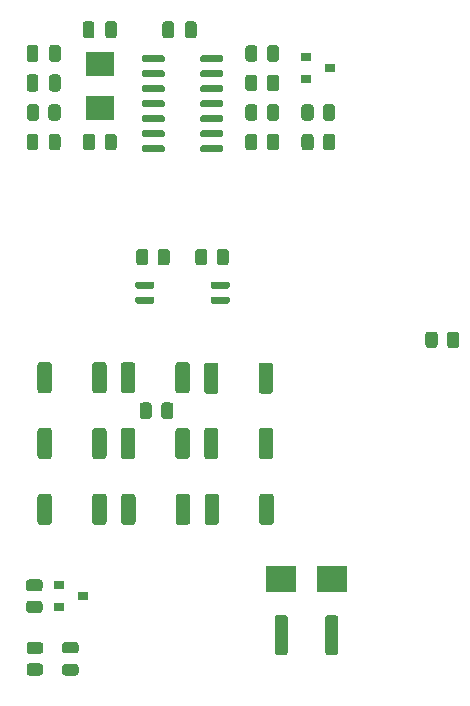
<source format=gbr>
G04 #@! TF.GenerationSoftware,KiCad,Pcbnew,5.1.10-88a1d61d58~88~ubuntu18.04.1*
G04 #@! TF.CreationDate,2021-11-17T22:12:39+08:00*
G04 #@! TF.ProjectId,ModuleV440,4d6f6475-6c65-4563-9434-302e6b696361,rev?*
G04 #@! TF.SameCoordinates,Original*
G04 #@! TF.FileFunction,Paste,Top*
G04 #@! TF.FilePolarity,Positive*
%FSLAX46Y46*%
G04 Gerber Fmt 4.6, Leading zero omitted, Abs format (unit mm)*
G04 Created by KiCad (PCBNEW 5.1.10-88a1d61d58~88~ubuntu18.04.1) date 2021-11-17 22:12:39*
%MOMM*%
%LPD*%
G01*
G04 APERTURE LIST*
%ADD10R,2.400000X2.000000*%
%ADD11R,0.900000X0.800000*%
%ADD12R,2.500000X2.300000*%
G04 APERTURE END LIST*
G36*
G01*
X138517600Y-79387599D02*
X138517600Y-80287601D01*
G75*
G02*
X138267601Y-80537600I-249999J0D01*
G01*
X137742599Y-80537600D01*
G75*
G02*
X137492600Y-80287601I0J249999D01*
G01*
X137492600Y-79387599D01*
G75*
G02*
X137742599Y-79137600I249999J0D01*
G01*
X138267601Y-79137600D01*
G75*
G02*
X138517600Y-79387599I0J-249999D01*
G01*
G37*
G36*
G01*
X140342600Y-79387599D02*
X140342600Y-80287601D01*
G75*
G02*
X140092601Y-80537600I-249999J0D01*
G01*
X139567599Y-80537600D01*
G75*
G02*
X139317600Y-80287601I0J249999D01*
G01*
X139317600Y-79387599D01*
G75*
G02*
X139567599Y-79137600I249999J0D01*
G01*
X140092601Y-79137600D01*
G75*
G02*
X140342600Y-79387599I0J-249999D01*
G01*
G37*
G36*
G01*
X119017600Y-72387598D02*
X119017600Y-73287602D01*
G75*
G02*
X118767602Y-73537600I-249998J0D01*
G01*
X118242598Y-73537600D01*
G75*
G02*
X117992600Y-73287602I0J249998D01*
G01*
X117992600Y-72387598D01*
G75*
G02*
X118242598Y-72137600I249998J0D01*
G01*
X118767602Y-72137600D01*
G75*
G02*
X119017600Y-72387598I0J-249998D01*
G01*
G37*
G36*
G01*
X120842600Y-72387598D02*
X120842600Y-73287602D01*
G75*
G02*
X120592602Y-73537600I-249998J0D01*
G01*
X120067598Y-73537600D01*
G75*
G02*
X119817600Y-73287602I0J249998D01*
G01*
X119817600Y-72387598D01*
G75*
G02*
X120067598Y-72137600I249998J0D01*
G01*
X120592602Y-72137600D01*
G75*
G02*
X120842600Y-72387598I0J-249998D01*
G01*
G37*
G36*
G01*
X124067600Y-63537602D02*
X124067600Y-62637598D01*
G75*
G02*
X124317598Y-62387600I249998J0D01*
G01*
X124842602Y-62387600D01*
G75*
G02*
X125092600Y-62637598I0J-249998D01*
G01*
X125092600Y-63537602D01*
G75*
G02*
X124842602Y-63787600I-249998J0D01*
G01*
X124317598Y-63787600D01*
G75*
G02*
X124067600Y-63537602I0J249998D01*
G01*
G37*
G36*
G01*
X122242600Y-63537602D02*
X122242600Y-62637598D01*
G75*
G02*
X122492598Y-62387600I249998J0D01*
G01*
X123017602Y-62387600D01*
G75*
G02*
X123267600Y-62637598I0J-249998D01*
G01*
X123267600Y-63537602D01*
G75*
G02*
X123017602Y-63787600I-249998J0D01*
G01*
X122492598Y-63787600D01*
G75*
G02*
X122242600Y-63537602I0J249998D01*
G01*
G37*
G36*
G01*
X128817600Y-63537602D02*
X128817600Y-62637598D01*
G75*
G02*
X129067598Y-62387600I249998J0D01*
G01*
X129592602Y-62387600D01*
G75*
G02*
X129842600Y-62637598I0J-249998D01*
G01*
X129842600Y-63537602D01*
G75*
G02*
X129592602Y-63787600I-249998J0D01*
G01*
X129067598Y-63787600D01*
G75*
G02*
X128817600Y-63537602I0J249998D01*
G01*
G37*
G36*
G01*
X126992600Y-63537602D02*
X126992600Y-62637598D01*
G75*
G02*
X127242598Y-62387600I249998J0D01*
G01*
X127767602Y-62387600D01*
G75*
G02*
X128017600Y-62637598I0J-249998D01*
G01*
X128017600Y-63537602D01*
G75*
G02*
X127767602Y-63787600I-249998J0D01*
G01*
X127242598Y-63787600D01*
G75*
G02*
X126992600Y-63537602I0J249998D01*
G01*
G37*
G36*
G01*
X105617600Y-63543850D02*
X105617600Y-62631350D01*
G75*
G02*
X105861350Y-62387600I243750J0D01*
G01*
X106348850Y-62387600D01*
G75*
G02*
X106592600Y-62631350I0J-243750D01*
G01*
X106592600Y-63543850D01*
G75*
G02*
X106348850Y-63787600I-243750J0D01*
G01*
X105861350Y-63787600D01*
G75*
G02*
X105617600Y-63543850I0J243750D01*
G01*
G37*
G36*
G01*
X103742600Y-63543850D02*
X103742600Y-62631350D01*
G75*
G02*
X103986350Y-62387600I243750J0D01*
G01*
X104473850Y-62387600D01*
G75*
G02*
X104717600Y-62631350I0J-243750D01*
G01*
X104717600Y-63543850D01*
G75*
G02*
X104473850Y-63787600I-243750J0D01*
G01*
X103986350Y-63787600D01*
G75*
G02*
X103742600Y-63543850I0J243750D01*
G01*
G37*
G36*
G01*
X128817600Y-61037602D02*
X128817600Y-60137598D01*
G75*
G02*
X129067598Y-59887600I249998J0D01*
G01*
X129592602Y-59887600D01*
G75*
G02*
X129842600Y-60137598I0J-249998D01*
G01*
X129842600Y-61037602D01*
G75*
G02*
X129592602Y-61287600I-249998J0D01*
G01*
X129067598Y-61287600D01*
G75*
G02*
X128817600Y-61037602I0J249998D01*
G01*
G37*
G36*
G01*
X126992600Y-61037602D02*
X126992600Y-60137598D01*
G75*
G02*
X127242598Y-59887600I249998J0D01*
G01*
X127767602Y-59887600D01*
G75*
G02*
X128017600Y-60137598I0J-249998D01*
G01*
X128017600Y-61037602D01*
G75*
G02*
X127767602Y-61287600I-249998J0D01*
G01*
X127242598Y-61287600D01*
G75*
G02*
X126992600Y-61037602I0J249998D01*
G01*
G37*
G36*
G01*
X124067600Y-61037602D02*
X124067600Y-60137598D01*
G75*
G02*
X124317598Y-59887600I249998J0D01*
G01*
X124842602Y-59887600D01*
G75*
G02*
X125092600Y-60137598I0J-249998D01*
G01*
X125092600Y-61037602D01*
G75*
G02*
X124842602Y-61287600I-249998J0D01*
G01*
X124317598Y-61287600D01*
G75*
G02*
X124067600Y-61037602I0J249998D01*
G01*
G37*
G36*
G01*
X122242600Y-61037602D02*
X122242600Y-60137598D01*
G75*
G02*
X122492598Y-59887600I249998J0D01*
G01*
X123017602Y-59887600D01*
G75*
G02*
X123267600Y-60137598I0J-249998D01*
G01*
X123267600Y-61037602D01*
G75*
G02*
X123017602Y-61287600I-249998J0D01*
G01*
X122492598Y-61287600D01*
G75*
G02*
X122242600Y-61037602I0J249998D01*
G01*
G37*
G36*
G01*
X124067600Y-56037602D02*
X124067600Y-55137598D01*
G75*
G02*
X124317598Y-54887600I249998J0D01*
G01*
X124842602Y-54887600D01*
G75*
G02*
X125092600Y-55137598I0J-249998D01*
G01*
X125092600Y-56037602D01*
G75*
G02*
X124842602Y-56287600I-249998J0D01*
G01*
X124317598Y-56287600D01*
G75*
G02*
X124067600Y-56037602I0J249998D01*
G01*
G37*
G36*
G01*
X122242600Y-56037602D02*
X122242600Y-55137598D01*
G75*
G02*
X122492598Y-54887600I249998J0D01*
G01*
X123017602Y-54887600D01*
G75*
G02*
X123267600Y-55137598I0J-249998D01*
G01*
X123267600Y-56037602D01*
G75*
G02*
X123017602Y-56287600I-249998J0D01*
G01*
X122492598Y-56287600D01*
G75*
G02*
X122242600Y-56037602I0J249998D01*
G01*
G37*
G36*
G01*
X110317600Y-63537602D02*
X110317600Y-62637598D01*
G75*
G02*
X110567598Y-62387600I249998J0D01*
G01*
X111092602Y-62387600D01*
G75*
G02*
X111342600Y-62637598I0J-249998D01*
G01*
X111342600Y-63537602D01*
G75*
G02*
X111092602Y-63787600I-249998J0D01*
G01*
X110567598Y-63787600D01*
G75*
G02*
X110317600Y-63537602I0J249998D01*
G01*
G37*
G36*
G01*
X108492600Y-63537602D02*
X108492600Y-62637598D01*
G75*
G02*
X108742598Y-62387600I249998J0D01*
G01*
X109267602Y-62387600D01*
G75*
G02*
X109517600Y-62637598I0J-249998D01*
G01*
X109517600Y-63537602D01*
G75*
G02*
X109267602Y-63787600I-249998J0D01*
G01*
X108742598Y-63787600D01*
G75*
G02*
X108492600Y-63537602I0J249998D01*
G01*
G37*
D10*
X109917600Y-60187600D03*
X109917600Y-56487600D03*
G36*
G01*
X123267600Y-57637598D02*
X123267600Y-58537602D01*
G75*
G02*
X123017602Y-58787600I-249998J0D01*
G01*
X122492598Y-58787600D01*
G75*
G02*
X122242600Y-58537602I0J249998D01*
G01*
X122242600Y-57637598D01*
G75*
G02*
X122492598Y-57387600I249998J0D01*
G01*
X123017602Y-57387600D01*
G75*
G02*
X123267600Y-57637598I0J-249998D01*
G01*
G37*
G36*
G01*
X125092600Y-57637598D02*
X125092600Y-58537602D01*
G75*
G02*
X124842602Y-58787600I-249998J0D01*
G01*
X124317598Y-58787600D01*
G75*
G02*
X124067600Y-58537602I0J249998D01*
G01*
X124067600Y-57637598D01*
G75*
G02*
X124317598Y-57387600I249998J0D01*
G01*
X124842602Y-57387600D01*
G75*
G02*
X125092600Y-57637598I0J-249998D01*
G01*
G37*
G36*
G01*
X104767600Y-60137598D02*
X104767600Y-61037602D01*
G75*
G02*
X104517602Y-61287600I-249998J0D01*
G01*
X103992598Y-61287600D01*
G75*
G02*
X103742600Y-61037602I0J249998D01*
G01*
X103742600Y-60137598D01*
G75*
G02*
X103992598Y-59887600I249998J0D01*
G01*
X104517602Y-59887600D01*
G75*
G02*
X104767600Y-60137598I0J-249998D01*
G01*
G37*
G36*
G01*
X106592600Y-60137598D02*
X106592600Y-61037602D01*
G75*
G02*
X106342602Y-61287600I-249998J0D01*
G01*
X105817598Y-61287600D01*
G75*
G02*
X105567600Y-61037602I0J249998D01*
G01*
X105567600Y-60137598D01*
G75*
G02*
X105817598Y-59887600I249998J0D01*
G01*
X106342602Y-59887600D01*
G75*
G02*
X106592600Y-60137598I0J-249998D01*
G01*
G37*
D11*
X129417600Y-56837600D03*
X127417600Y-57787600D03*
X127417600Y-55887600D03*
G36*
G01*
X104717600Y-57612600D02*
X104717600Y-58562600D01*
G75*
G02*
X104467600Y-58812600I-250000J0D01*
G01*
X103967600Y-58812600D01*
G75*
G02*
X103717600Y-58562600I0J250000D01*
G01*
X103717600Y-57612600D01*
G75*
G02*
X103967600Y-57362600I250000J0D01*
G01*
X104467600Y-57362600D01*
G75*
G02*
X104717600Y-57612600I0J-250000D01*
G01*
G37*
G36*
G01*
X106617600Y-57612600D02*
X106617600Y-58562600D01*
G75*
G02*
X106367600Y-58812600I-250000J0D01*
G01*
X105867600Y-58812600D01*
G75*
G02*
X105617600Y-58562600I0J250000D01*
G01*
X105617600Y-57612600D01*
G75*
G02*
X105867600Y-57362600I250000J0D01*
G01*
X106367600Y-57362600D01*
G75*
G02*
X106617600Y-57612600I0J-250000D01*
G01*
G37*
G36*
G01*
X104717600Y-55112600D02*
X104717600Y-56062600D01*
G75*
G02*
X104467600Y-56312600I-250000J0D01*
G01*
X103967600Y-56312600D01*
G75*
G02*
X103717600Y-56062600I0J250000D01*
G01*
X103717600Y-55112600D01*
G75*
G02*
X103967600Y-54862600I250000J0D01*
G01*
X104467600Y-54862600D01*
G75*
G02*
X104717600Y-55112600I0J-250000D01*
G01*
G37*
G36*
G01*
X106617600Y-55112600D02*
X106617600Y-56062600D01*
G75*
G02*
X106367600Y-56312600I-250000J0D01*
G01*
X105867600Y-56312600D01*
G75*
G02*
X105617600Y-56062600I0J250000D01*
G01*
X105617600Y-55112600D01*
G75*
G02*
X105867600Y-54862600I250000J0D01*
G01*
X106367600Y-54862600D01*
G75*
G02*
X106617600Y-55112600I0J-250000D01*
G01*
G37*
G36*
G01*
X117117600Y-54062600D02*
X117117600Y-53112600D01*
G75*
G02*
X117367600Y-52862600I250000J0D01*
G01*
X117867600Y-52862600D01*
G75*
G02*
X118117600Y-53112600I0J-250000D01*
G01*
X118117600Y-54062600D01*
G75*
G02*
X117867600Y-54312600I-250000J0D01*
G01*
X117367600Y-54312600D01*
G75*
G02*
X117117600Y-54062600I0J250000D01*
G01*
G37*
G36*
G01*
X115217600Y-54062600D02*
X115217600Y-53112600D01*
G75*
G02*
X115467600Y-52862600I250000J0D01*
G01*
X115967600Y-52862600D01*
G75*
G02*
X116217600Y-53112600I0J-250000D01*
G01*
X116217600Y-54062600D01*
G75*
G02*
X115967600Y-54312600I-250000J0D01*
G01*
X115467600Y-54312600D01*
G75*
G02*
X115217600Y-54062600I0J250000D01*
G01*
G37*
G36*
G01*
X109467600Y-53112600D02*
X109467600Y-54062600D01*
G75*
G02*
X109217600Y-54312600I-250000J0D01*
G01*
X108717600Y-54312600D01*
G75*
G02*
X108467600Y-54062600I0J250000D01*
G01*
X108467600Y-53112600D01*
G75*
G02*
X108717600Y-52862600I250000J0D01*
G01*
X109217600Y-52862600D01*
G75*
G02*
X109467600Y-53112600I0J-250000D01*
G01*
G37*
G36*
G01*
X111367600Y-53112600D02*
X111367600Y-54062600D01*
G75*
G02*
X111117600Y-54312600I-250000J0D01*
G01*
X110617600Y-54312600D01*
G75*
G02*
X110367600Y-54062600I0J250000D01*
G01*
X110367600Y-53112600D01*
G75*
G02*
X110617600Y-52862600I250000J0D01*
G01*
X111117600Y-52862600D01*
G75*
G02*
X111367600Y-53112600I0J-250000D01*
G01*
G37*
G36*
G01*
X118417600Y-56177600D02*
X118417600Y-55877600D01*
G75*
G02*
X118567600Y-55727600I150000J0D01*
G01*
X120217600Y-55727600D01*
G75*
G02*
X120367600Y-55877600I0J-150000D01*
G01*
X120367600Y-56177600D01*
G75*
G02*
X120217600Y-56327600I-150000J0D01*
G01*
X118567600Y-56327600D01*
G75*
G02*
X118417600Y-56177600I0J150000D01*
G01*
G37*
G36*
G01*
X118417600Y-57447600D02*
X118417600Y-57147600D01*
G75*
G02*
X118567600Y-56997600I150000J0D01*
G01*
X120217600Y-56997600D01*
G75*
G02*
X120367600Y-57147600I0J-150000D01*
G01*
X120367600Y-57447600D01*
G75*
G02*
X120217600Y-57597600I-150000J0D01*
G01*
X118567600Y-57597600D01*
G75*
G02*
X118417600Y-57447600I0J150000D01*
G01*
G37*
G36*
G01*
X118417600Y-58717600D02*
X118417600Y-58417600D01*
G75*
G02*
X118567600Y-58267600I150000J0D01*
G01*
X120217600Y-58267600D01*
G75*
G02*
X120367600Y-58417600I0J-150000D01*
G01*
X120367600Y-58717600D01*
G75*
G02*
X120217600Y-58867600I-150000J0D01*
G01*
X118567600Y-58867600D01*
G75*
G02*
X118417600Y-58717600I0J150000D01*
G01*
G37*
G36*
G01*
X118417600Y-59987600D02*
X118417600Y-59687600D01*
G75*
G02*
X118567600Y-59537600I150000J0D01*
G01*
X120217600Y-59537600D01*
G75*
G02*
X120367600Y-59687600I0J-150000D01*
G01*
X120367600Y-59987600D01*
G75*
G02*
X120217600Y-60137600I-150000J0D01*
G01*
X118567600Y-60137600D01*
G75*
G02*
X118417600Y-59987600I0J150000D01*
G01*
G37*
G36*
G01*
X118417600Y-61257600D02*
X118417600Y-60957600D01*
G75*
G02*
X118567600Y-60807600I150000J0D01*
G01*
X120217600Y-60807600D01*
G75*
G02*
X120367600Y-60957600I0J-150000D01*
G01*
X120367600Y-61257600D01*
G75*
G02*
X120217600Y-61407600I-150000J0D01*
G01*
X118567600Y-61407600D01*
G75*
G02*
X118417600Y-61257600I0J150000D01*
G01*
G37*
G36*
G01*
X118417600Y-62527600D02*
X118417600Y-62227600D01*
G75*
G02*
X118567600Y-62077600I150000J0D01*
G01*
X120217600Y-62077600D01*
G75*
G02*
X120367600Y-62227600I0J-150000D01*
G01*
X120367600Y-62527600D01*
G75*
G02*
X120217600Y-62677600I-150000J0D01*
G01*
X118567600Y-62677600D01*
G75*
G02*
X118417600Y-62527600I0J150000D01*
G01*
G37*
G36*
G01*
X118417600Y-63797600D02*
X118417600Y-63497600D01*
G75*
G02*
X118567600Y-63347600I150000J0D01*
G01*
X120217600Y-63347600D01*
G75*
G02*
X120367600Y-63497600I0J-150000D01*
G01*
X120367600Y-63797600D01*
G75*
G02*
X120217600Y-63947600I-150000J0D01*
G01*
X118567600Y-63947600D01*
G75*
G02*
X118417600Y-63797600I0J150000D01*
G01*
G37*
G36*
G01*
X113467600Y-63797600D02*
X113467600Y-63497600D01*
G75*
G02*
X113617600Y-63347600I150000J0D01*
G01*
X115267600Y-63347600D01*
G75*
G02*
X115417600Y-63497600I0J-150000D01*
G01*
X115417600Y-63797600D01*
G75*
G02*
X115267600Y-63947600I-150000J0D01*
G01*
X113617600Y-63947600D01*
G75*
G02*
X113467600Y-63797600I0J150000D01*
G01*
G37*
G36*
G01*
X113467600Y-62527600D02*
X113467600Y-62227600D01*
G75*
G02*
X113617600Y-62077600I150000J0D01*
G01*
X115267600Y-62077600D01*
G75*
G02*
X115417600Y-62227600I0J-150000D01*
G01*
X115417600Y-62527600D01*
G75*
G02*
X115267600Y-62677600I-150000J0D01*
G01*
X113617600Y-62677600D01*
G75*
G02*
X113467600Y-62527600I0J150000D01*
G01*
G37*
G36*
G01*
X113467600Y-61257600D02*
X113467600Y-60957600D01*
G75*
G02*
X113617600Y-60807600I150000J0D01*
G01*
X115267600Y-60807600D01*
G75*
G02*
X115417600Y-60957600I0J-150000D01*
G01*
X115417600Y-61257600D01*
G75*
G02*
X115267600Y-61407600I-150000J0D01*
G01*
X113617600Y-61407600D01*
G75*
G02*
X113467600Y-61257600I0J150000D01*
G01*
G37*
G36*
G01*
X113467600Y-59987600D02*
X113467600Y-59687600D01*
G75*
G02*
X113617600Y-59537600I150000J0D01*
G01*
X115267600Y-59537600D01*
G75*
G02*
X115417600Y-59687600I0J-150000D01*
G01*
X115417600Y-59987600D01*
G75*
G02*
X115267600Y-60137600I-150000J0D01*
G01*
X113617600Y-60137600D01*
G75*
G02*
X113467600Y-59987600I0J150000D01*
G01*
G37*
G36*
G01*
X113467600Y-58717600D02*
X113467600Y-58417600D01*
G75*
G02*
X113617600Y-58267600I150000J0D01*
G01*
X115267600Y-58267600D01*
G75*
G02*
X115417600Y-58417600I0J-150000D01*
G01*
X115417600Y-58717600D01*
G75*
G02*
X115267600Y-58867600I-150000J0D01*
G01*
X113617600Y-58867600D01*
G75*
G02*
X113467600Y-58717600I0J150000D01*
G01*
G37*
G36*
G01*
X113467600Y-57447600D02*
X113467600Y-57147600D01*
G75*
G02*
X113617600Y-56997600I150000J0D01*
G01*
X115267600Y-56997600D01*
G75*
G02*
X115417600Y-57147600I0J-150000D01*
G01*
X115417600Y-57447600D01*
G75*
G02*
X115267600Y-57597600I-150000J0D01*
G01*
X113617600Y-57597600D01*
G75*
G02*
X113467600Y-57447600I0J150000D01*
G01*
G37*
G36*
G01*
X113467600Y-56177600D02*
X113467600Y-55877600D01*
G75*
G02*
X113617600Y-55727600I150000J0D01*
G01*
X115267600Y-55727600D01*
G75*
G02*
X115417600Y-55877600I0J-150000D01*
G01*
X115417600Y-56177600D01*
G75*
G02*
X115267600Y-56327600I-150000J0D01*
G01*
X113617600Y-56327600D01*
G75*
G02*
X113467600Y-56177600I0J150000D01*
G01*
G37*
G36*
G01*
X119967600Y-82012599D02*
X119967600Y-84162601D01*
G75*
G02*
X119717601Y-84412600I-249999J0D01*
G01*
X118992599Y-84412600D01*
G75*
G02*
X118742600Y-84162601I0J249999D01*
G01*
X118742600Y-82012599D01*
G75*
G02*
X118992599Y-81762600I249999J0D01*
G01*
X119717601Y-81762600D01*
G75*
G02*
X119967600Y-82012599I0J-249999D01*
G01*
G37*
G36*
G01*
X124592600Y-82012599D02*
X124592600Y-84162601D01*
G75*
G02*
X124342601Y-84412600I-249999J0D01*
G01*
X123617599Y-84412600D01*
G75*
G02*
X123367600Y-84162601I0J249999D01*
G01*
X123367600Y-82012599D01*
G75*
G02*
X123617599Y-81762600I249999J0D01*
G01*
X124342601Y-81762600D01*
G75*
G02*
X124592600Y-82012599I0J-249999D01*
G01*
G37*
G36*
G01*
X116317600Y-84112601D02*
X116317600Y-81962599D01*
G75*
G02*
X116567599Y-81712600I249999J0D01*
G01*
X117292601Y-81712600D01*
G75*
G02*
X117542600Y-81962599I0J-249999D01*
G01*
X117542600Y-84112601D01*
G75*
G02*
X117292601Y-84362600I-249999J0D01*
G01*
X116567599Y-84362600D01*
G75*
G02*
X116317600Y-84112601I0J249999D01*
G01*
G37*
G36*
G01*
X111692600Y-84112601D02*
X111692600Y-81962599D01*
G75*
G02*
X111942599Y-81712600I249999J0D01*
G01*
X112667601Y-81712600D01*
G75*
G02*
X112917600Y-81962599I0J-249999D01*
G01*
X112917600Y-84112601D01*
G75*
G02*
X112667601Y-84362600I-249999J0D01*
G01*
X111942599Y-84362600D01*
G75*
G02*
X111692600Y-84112601I0J249999D01*
G01*
G37*
G36*
G01*
X123367600Y-89687601D02*
X123367600Y-87537599D01*
G75*
G02*
X123617599Y-87287600I249999J0D01*
G01*
X124342601Y-87287600D01*
G75*
G02*
X124592600Y-87537599I0J-249999D01*
G01*
X124592600Y-89687601D01*
G75*
G02*
X124342601Y-89937600I-249999J0D01*
G01*
X123617599Y-89937600D01*
G75*
G02*
X123367600Y-89687601I0J249999D01*
G01*
G37*
G36*
G01*
X118742600Y-89687601D02*
X118742600Y-87537599D01*
G75*
G02*
X118992599Y-87287600I249999J0D01*
G01*
X119717601Y-87287600D01*
G75*
G02*
X119967600Y-87537599I0J-249999D01*
G01*
X119967600Y-89687601D01*
G75*
G02*
X119717601Y-89937600I-249999J0D01*
G01*
X118992599Y-89937600D01*
G75*
G02*
X118742600Y-89687601I0J249999D01*
G01*
G37*
G36*
G01*
X112917600Y-87537599D02*
X112917600Y-89687601D01*
G75*
G02*
X112667601Y-89937600I-249999J0D01*
G01*
X111942599Y-89937600D01*
G75*
G02*
X111692600Y-89687601I0J249999D01*
G01*
X111692600Y-87537599D01*
G75*
G02*
X111942599Y-87287600I249999J0D01*
G01*
X112667601Y-87287600D01*
G75*
G02*
X112917600Y-87537599I0J-249999D01*
G01*
G37*
G36*
G01*
X117542600Y-87537599D02*
X117542600Y-89687601D01*
G75*
G02*
X117292601Y-89937600I-249999J0D01*
G01*
X116567599Y-89937600D01*
G75*
G02*
X116317600Y-89687601I0J249999D01*
G01*
X116317600Y-87537599D01*
G75*
G02*
X116567599Y-87287600I249999J0D01*
G01*
X117292601Y-87287600D01*
G75*
G02*
X117542600Y-87537599I0J-249999D01*
G01*
G37*
G36*
G01*
X120017600Y-93112599D02*
X120017600Y-95262601D01*
G75*
G02*
X119767601Y-95512600I-249999J0D01*
G01*
X119042599Y-95512600D01*
G75*
G02*
X118792600Y-95262601I0J249999D01*
G01*
X118792600Y-93112599D01*
G75*
G02*
X119042599Y-92862600I249999J0D01*
G01*
X119767601Y-92862600D01*
G75*
G02*
X120017600Y-93112599I0J-249999D01*
G01*
G37*
G36*
G01*
X124642600Y-93112599D02*
X124642600Y-95262601D01*
G75*
G02*
X124392601Y-95512600I-249999J0D01*
G01*
X123667599Y-95512600D01*
G75*
G02*
X123417600Y-95262601I0J249999D01*
G01*
X123417600Y-93112599D01*
G75*
G02*
X123667599Y-92862600I249999J0D01*
G01*
X124392601Y-92862600D01*
G75*
G02*
X124642600Y-93112599I0J-249999D01*
G01*
G37*
G36*
G01*
X116342600Y-95262601D02*
X116342600Y-93112599D01*
G75*
G02*
X116592599Y-92862600I249999J0D01*
G01*
X117317601Y-92862600D01*
G75*
G02*
X117567600Y-93112599I0J-249999D01*
G01*
X117567600Y-95262601D01*
G75*
G02*
X117317601Y-95512600I-249999J0D01*
G01*
X116592599Y-95512600D01*
G75*
G02*
X116342600Y-95262601I0J249999D01*
G01*
G37*
G36*
G01*
X111717600Y-95262601D02*
X111717600Y-93112599D01*
G75*
G02*
X111967599Y-92862600I249999J0D01*
G01*
X112692601Y-92862600D01*
G75*
G02*
X112942600Y-93112599I0J-249999D01*
G01*
X112942600Y-95262601D01*
G75*
G02*
X112692601Y-95512600I-249999J0D01*
G01*
X111967599Y-95512600D01*
G75*
G02*
X111717600Y-95262601I0J249999D01*
G01*
G37*
G36*
G01*
X105867600Y-81962599D02*
X105867600Y-84112601D01*
G75*
G02*
X105617601Y-84362600I-249999J0D01*
G01*
X104892599Y-84362600D01*
G75*
G02*
X104642600Y-84112601I0J249999D01*
G01*
X104642600Y-81962599D01*
G75*
G02*
X104892599Y-81712600I249999J0D01*
G01*
X105617601Y-81712600D01*
G75*
G02*
X105867600Y-81962599I0J-249999D01*
G01*
G37*
G36*
G01*
X110492600Y-81962599D02*
X110492600Y-84112601D01*
G75*
G02*
X110242601Y-84362600I-249999J0D01*
G01*
X109517599Y-84362600D01*
G75*
G02*
X109267600Y-84112601I0J249999D01*
G01*
X109267600Y-81962599D01*
G75*
G02*
X109517599Y-81712600I249999J0D01*
G01*
X110242601Y-81712600D01*
G75*
G02*
X110492600Y-81962599I0J-249999D01*
G01*
G37*
G36*
G01*
X109267600Y-89687601D02*
X109267600Y-87537599D01*
G75*
G02*
X109517599Y-87287600I249999J0D01*
G01*
X110242601Y-87287600D01*
G75*
G02*
X110492600Y-87537599I0J-249999D01*
G01*
X110492600Y-89687601D01*
G75*
G02*
X110242601Y-89937600I-249999J0D01*
G01*
X109517599Y-89937600D01*
G75*
G02*
X109267600Y-89687601I0J249999D01*
G01*
G37*
G36*
G01*
X104642600Y-89687601D02*
X104642600Y-87537599D01*
G75*
G02*
X104892599Y-87287600I249999J0D01*
G01*
X105617601Y-87287600D01*
G75*
G02*
X105867600Y-87537599I0J-249999D01*
G01*
X105867600Y-89687601D01*
G75*
G02*
X105617601Y-89937600I-249999J0D01*
G01*
X104892599Y-89937600D01*
G75*
G02*
X104642600Y-89687601I0J249999D01*
G01*
G37*
G36*
G01*
X105867600Y-93112599D02*
X105867600Y-95262601D01*
G75*
G02*
X105617601Y-95512600I-249999J0D01*
G01*
X104892599Y-95512600D01*
G75*
G02*
X104642600Y-95262601I0J249999D01*
G01*
X104642600Y-93112599D01*
G75*
G02*
X104892599Y-92862600I249999J0D01*
G01*
X105617601Y-92862600D01*
G75*
G02*
X105867600Y-93112599I0J-249999D01*
G01*
G37*
G36*
G01*
X110492600Y-93112599D02*
X110492600Y-95262601D01*
G75*
G02*
X110242601Y-95512600I-249999J0D01*
G01*
X109517599Y-95512600D01*
G75*
G02*
X109267600Y-95262601I0J249999D01*
G01*
X109267600Y-93112599D01*
G75*
G02*
X109517599Y-92862600I249999J0D01*
G01*
X110242601Y-92862600D01*
G75*
G02*
X110492600Y-93112599I0J-249999D01*
G01*
G37*
G36*
G01*
X119292600Y-75352600D02*
X119292600Y-75052600D01*
G75*
G02*
X119442600Y-74902600I150000J0D01*
G01*
X120767600Y-74902600D01*
G75*
G02*
X120917600Y-75052600I0J-150000D01*
G01*
X120917600Y-75352600D01*
G75*
G02*
X120767600Y-75502600I-150000J0D01*
G01*
X119442600Y-75502600D01*
G75*
G02*
X119292600Y-75352600I0J150000D01*
G01*
G37*
G36*
G01*
X119292600Y-76622600D02*
X119292600Y-76322600D01*
G75*
G02*
X119442600Y-76172600I150000J0D01*
G01*
X120767600Y-76172600D01*
G75*
G02*
X120917600Y-76322600I0J-150000D01*
G01*
X120917600Y-76622600D01*
G75*
G02*
X120767600Y-76772600I-150000J0D01*
G01*
X119442600Y-76772600D01*
G75*
G02*
X119292600Y-76622600I0J150000D01*
G01*
G37*
G36*
G01*
X112917600Y-76622600D02*
X112917600Y-76322600D01*
G75*
G02*
X113067600Y-76172600I150000J0D01*
G01*
X114392600Y-76172600D01*
G75*
G02*
X114542600Y-76322600I0J-150000D01*
G01*
X114542600Y-76622600D01*
G75*
G02*
X114392600Y-76772600I-150000J0D01*
G01*
X113067600Y-76772600D01*
G75*
G02*
X112917600Y-76622600I0J150000D01*
G01*
G37*
G36*
G01*
X112917600Y-75352600D02*
X112917600Y-75052600D01*
G75*
G02*
X113067600Y-74902600I150000J0D01*
G01*
X114392600Y-74902600D01*
G75*
G02*
X114542600Y-75052600I0J-150000D01*
G01*
X114542600Y-75352600D01*
G75*
G02*
X114392600Y-75502600I-150000J0D01*
G01*
X113067600Y-75502600D01*
G75*
G02*
X112917600Y-75352600I0J150000D01*
G01*
G37*
D12*
X125267600Y-100087600D03*
X129567600Y-100087600D03*
G36*
G01*
X114317600Y-85387598D02*
X114317600Y-86287602D01*
G75*
G02*
X114067602Y-86537600I-249998J0D01*
G01*
X113542598Y-86537600D01*
G75*
G02*
X113292600Y-86287602I0J249998D01*
G01*
X113292600Y-85387598D01*
G75*
G02*
X113542598Y-85137600I249998J0D01*
G01*
X114067602Y-85137600D01*
G75*
G02*
X114317600Y-85387598I0J-249998D01*
G01*
G37*
G36*
G01*
X116142600Y-85387598D02*
X116142600Y-86287602D01*
G75*
G02*
X115892602Y-86537600I-249998J0D01*
G01*
X115367598Y-86537600D01*
G75*
G02*
X115117600Y-86287602I0J249998D01*
G01*
X115117600Y-85387598D01*
G75*
G02*
X115367598Y-85137600I249998J0D01*
G01*
X115892602Y-85137600D01*
G75*
G02*
X116142600Y-85387598I0J-249998D01*
G01*
G37*
G36*
G01*
X103967598Y-107237600D02*
X104867602Y-107237600D01*
G75*
G02*
X105117600Y-107487598I0J-249998D01*
G01*
X105117600Y-108012602D01*
G75*
G02*
X104867602Y-108262600I-249998J0D01*
G01*
X103967598Y-108262600D01*
G75*
G02*
X103717600Y-108012602I0J249998D01*
G01*
X103717600Y-107487598D01*
G75*
G02*
X103967598Y-107237600I249998J0D01*
G01*
G37*
G36*
G01*
X103967598Y-105412600D02*
X104867602Y-105412600D01*
G75*
G02*
X105117600Y-105662598I0J-249998D01*
G01*
X105117600Y-106187602D01*
G75*
G02*
X104867602Y-106437600I-249998J0D01*
G01*
X103967598Y-106437600D01*
G75*
G02*
X103717600Y-106187602I0J249998D01*
G01*
X103717600Y-105662598D01*
G75*
G02*
X103967598Y-105412600I249998J0D01*
G01*
G37*
G36*
G01*
X103917598Y-101937600D02*
X104817602Y-101937600D01*
G75*
G02*
X105067600Y-102187598I0J-249998D01*
G01*
X105067600Y-102712602D01*
G75*
G02*
X104817602Y-102962600I-249998J0D01*
G01*
X103917598Y-102962600D01*
G75*
G02*
X103667600Y-102712602I0J249998D01*
G01*
X103667600Y-102187598D01*
G75*
G02*
X103917598Y-101937600I249998J0D01*
G01*
G37*
G36*
G01*
X103917598Y-100112600D02*
X104817602Y-100112600D01*
G75*
G02*
X105067600Y-100362598I0J-249998D01*
G01*
X105067600Y-100887602D01*
G75*
G02*
X104817602Y-101137600I-249998J0D01*
G01*
X103917598Y-101137600D01*
G75*
G02*
X103667600Y-100887602I0J249998D01*
G01*
X103667600Y-100362598D01*
G75*
G02*
X103917598Y-100112600I249998J0D01*
G01*
G37*
G36*
G01*
X114817600Y-73287602D02*
X114817600Y-72387598D01*
G75*
G02*
X115067598Y-72137600I249998J0D01*
G01*
X115592602Y-72137600D01*
G75*
G02*
X115842600Y-72387598I0J-249998D01*
G01*
X115842600Y-73287602D01*
G75*
G02*
X115592602Y-73537600I-249998J0D01*
G01*
X115067598Y-73537600D01*
G75*
G02*
X114817600Y-73287602I0J249998D01*
G01*
G37*
G36*
G01*
X112992600Y-73287602D02*
X112992600Y-72387598D01*
G75*
G02*
X113242598Y-72137600I249998J0D01*
G01*
X113767602Y-72137600D01*
G75*
G02*
X114017600Y-72387598I0J-249998D01*
G01*
X114017600Y-73287602D01*
G75*
G02*
X113767602Y-73537600I-249998J0D01*
G01*
X113242598Y-73537600D01*
G75*
G02*
X112992600Y-73287602I0J249998D01*
G01*
G37*
G36*
G01*
X125842600Y-103387598D02*
X125842600Y-106287602D01*
G75*
G02*
X125592602Y-106537600I-249998J0D01*
G01*
X124967598Y-106537600D01*
G75*
G02*
X124717600Y-106287602I0J249998D01*
G01*
X124717600Y-103387598D01*
G75*
G02*
X124967598Y-103137600I249998J0D01*
G01*
X125592602Y-103137600D01*
G75*
G02*
X125842600Y-103387598I0J-249998D01*
G01*
G37*
G36*
G01*
X130117600Y-103387598D02*
X130117600Y-106287602D01*
G75*
G02*
X129867602Y-106537600I-249998J0D01*
G01*
X129242598Y-106537600D01*
G75*
G02*
X128992600Y-106287602I0J249998D01*
G01*
X128992600Y-103387598D01*
G75*
G02*
X129242598Y-103137600I249998J0D01*
G01*
X129867602Y-103137600D01*
G75*
G02*
X130117600Y-103387598I0J-249998D01*
G01*
G37*
G36*
G01*
X107873850Y-106387600D02*
X106961350Y-106387600D01*
G75*
G02*
X106717600Y-106143850I0J243750D01*
G01*
X106717600Y-105656350D01*
G75*
G02*
X106961350Y-105412600I243750J0D01*
G01*
X107873850Y-105412600D01*
G75*
G02*
X108117600Y-105656350I0J-243750D01*
G01*
X108117600Y-106143850D01*
G75*
G02*
X107873850Y-106387600I-243750J0D01*
G01*
G37*
G36*
G01*
X107873850Y-108262600D02*
X106961350Y-108262600D01*
G75*
G02*
X106717600Y-108018850I0J243750D01*
G01*
X106717600Y-107531350D01*
G75*
G02*
X106961350Y-107287600I243750J0D01*
G01*
X107873850Y-107287600D01*
G75*
G02*
X108117600Y-107531350I0J-243750D01*
G01*
X108117600Y-108018850D01*
G75*
G02*
X107873850Y-108262600I-243750J0D01*
G01*
G37*
D11*
X106467600Y-100562600D03*
X106467600Y-102462600D03*
X108467600Y-101512600D03*
M02*

</source>
